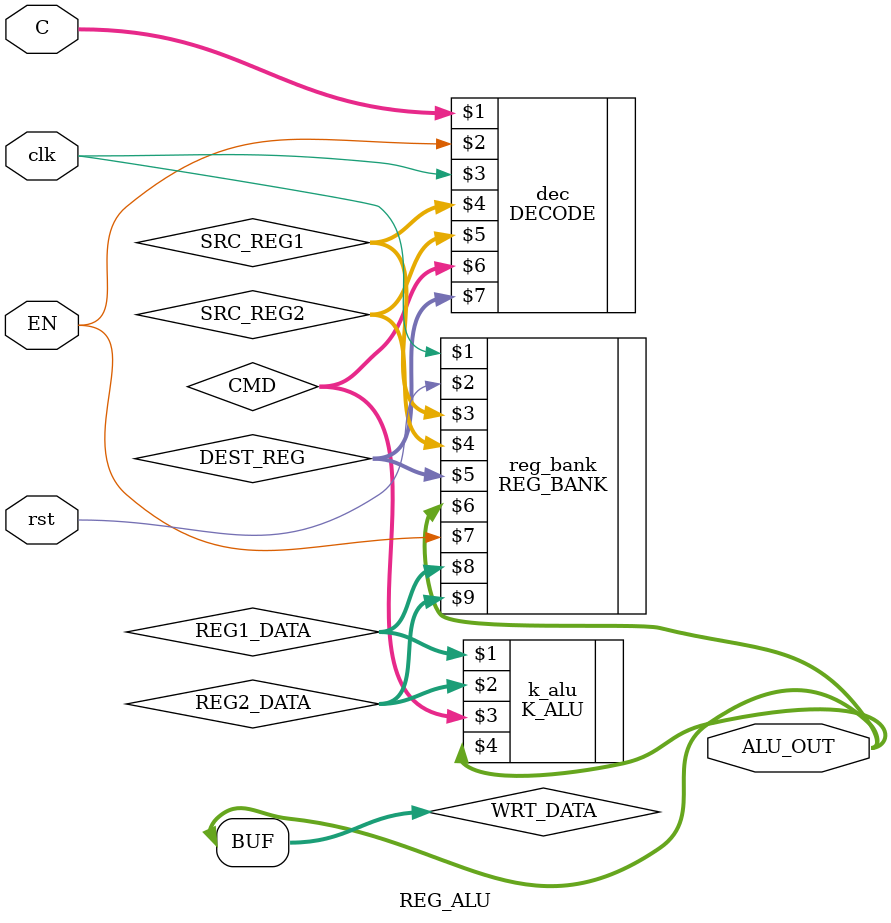
<source format=v>
`timescale 1ns / 1ps
module REG_ALU
(
    input clk,
    input [2:0] C,
	 input EN,
	 input rst,
    output [31:0] ALU_OUT
);
    wire [2:0] SRC_REG1, SRC_REG2, DEST_REG;
    wire [3:0] CMD;
    wire [31:0] REG1_DATA, REG2_DATA;
	 reg [31:0] WRT_DATA;
	 
    REG_BANK reg_bank(clk, rst, SRC_REG1, SRC_REG2, DEST_REG, WRT_DATA, EN, REG1_DATA, REG2_DATA);

    K_ALU k_alu(REG1_DATA, REG2_DATA, CMD, ALU_OUT);
	 
	 DECODE dec(C, EN, clk, SRC_REG1, SRC_REG2, CMD, DEST_REG); 
	 
	 always @(ALU_OUT) WRT_DATA <= ALU_OUT;
	 
endmodule


</source>
